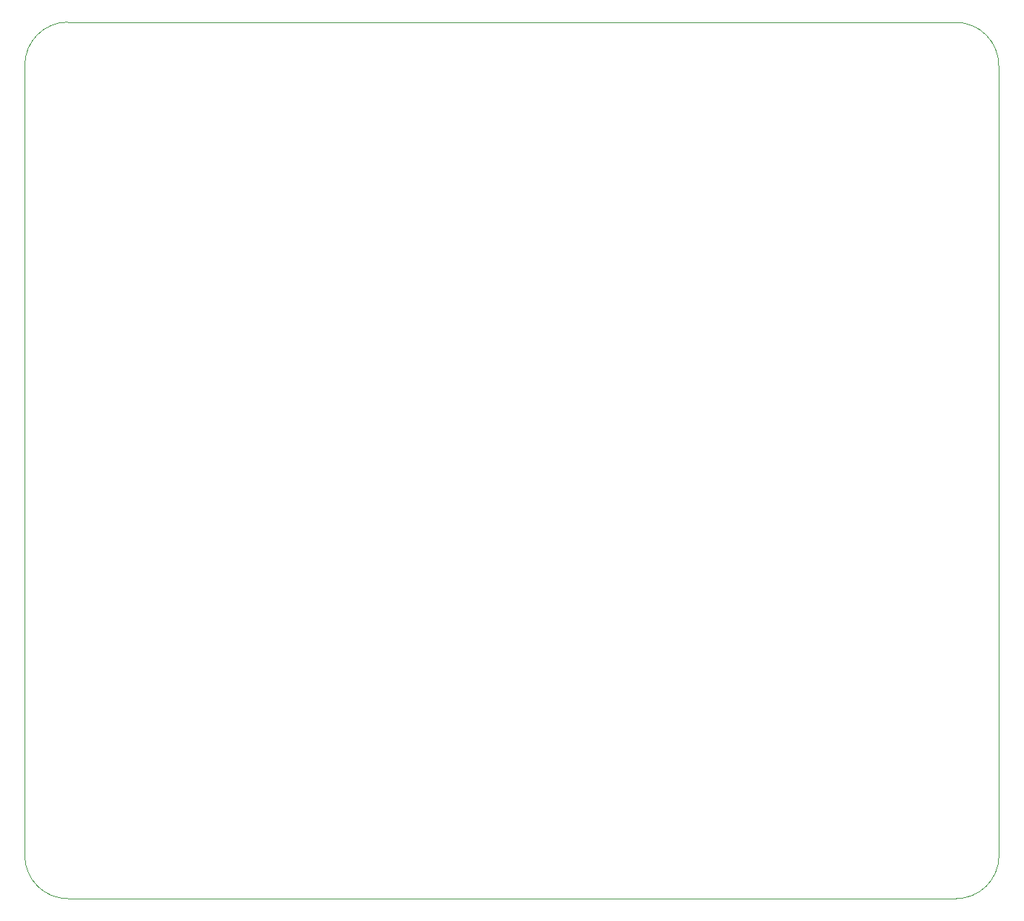
<source format=gbr>
%TF.GenerationSoftware,KiCad,Pcbnew,(6.0.0)*%
%TF.CreationDate,2022-09-29T10:08:53+01:00*%
%TF.ProjectId,truss_PCB,74727573-735f-4504-9342-2e6b69636164,rev?*%
%TF.SameCoordinates,Original*%
%TF.FileFunction,Profile,NP*%
%FSLAX46Y46*%
G04 Gerber Fmt 4.6, Leading zero omitted, Abs format (unit mm)*
G04 Created by KiCad (PCBNEW (6.0.0)) date 2022-09-29 10:08:53*
%MOMM*%
%LPD*%
G01*
G04 APERTURE LIST*
%TA.AperFunction,Profile*%
%ADD10C,0.100000*%
%TD*%
G04 APERTURE END LIST*
D10*
X211486910Y-141605001D02*
X107283089Y-141605000D01*
X102235000Y-136556910D02*
X102235001Y-43751178D01*
X102235000Y-136556910D02*
G75*
G03*
X107283090Y-141605000I5048089J-1D01*
G01*
X107283090Y-38703089D02*
G75*
G03*
X102235001Y-43751178I0J-5048089D01*
G01*
X107283090Y-38703089D02*
X211455000Y-38735000D01*
X216503090Y-43815000D02*
X216535000Y-136556911D01*
X216503090Y-43815000D02*
G75*
G03*
X211455000Y-38735000I-5048091J31809D01*
G01*
X211486910Y-141605001D02*
G75*
G03*
X216535000Y-136556911I-2J5048092D01*
G01*
M02*

</source>
